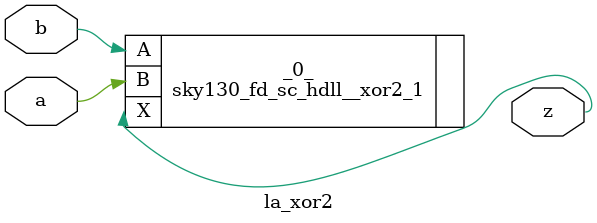
<source format=v>

/* Generated by Yosys 0.38+92 (git sha1 84116c9a3, x86_64-conda-linux-gnu-cc 11.2.0 -fvisibility-inlines-hidden -fmessage-length=0 -march=nocona -mtune=haswell -ftree-vectorize -fPIC -fstack-protector-strong -fno-plt -O2 -ffunction-sections -fdebug-prefix-map=/root/conda-eda/conda-eda/workdir/conda-env/conda-bld/yosys_1708682838165/work=/usr/local/src/conda/yosys-0.38_93_g84116c9a3 -fdebug-prefix-map=/user/projekt_pia/miniconda3/envs/sc=/usr/local/src/conda-prefix -fPIC -Os -fno-merge-constants) */

module la_xor2(a, b, z);
  input a;
  wire a;
  input b;
  wire b;
  output z;
  wire z;
  sky130_fd_sc_hdll__xor2_1 _0_ (
    .A(b),
    .B(a),
    .X(z)
  );
endmodule

</source>
